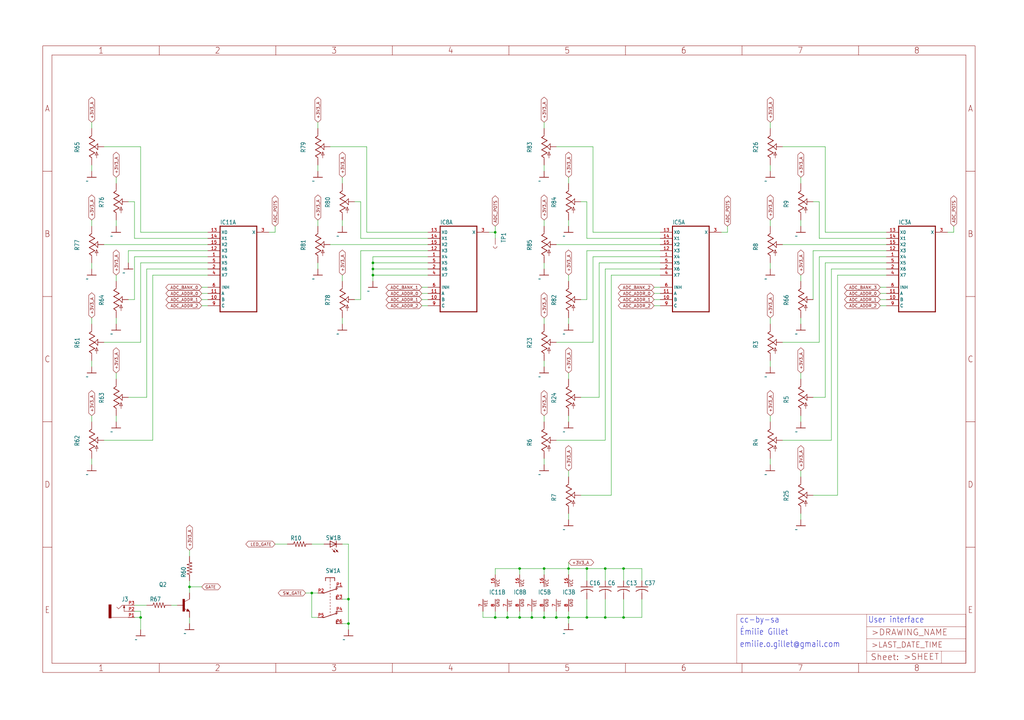
<source format=kicad_sch>
(kicad_sch (version 20211123) (generator eeschema)
  (paper "User" 425.45 299.161)
  (lib_symbols
    (symbol "elements_v02-eagle-import:-NPN-SOT23-BEC"
      (property "Reference" "T" (at -10.16 7.62 0))
      (property "Value" "-NPN-SOT23-BEC" (at -10.16 5.08 0))
      (symbol "-NPN-SOT23-BEC_1_0"
        (rectangle (start -0.254 -2.54) (end 0.508 2.54) (fill (type outline)))
        (polyline (pts (xy 1.27 -2.54) (xy 1.778 -1.524)) (stroke (width 0.1524)))
        (polyline (pts (xy 1.524 -2.413) (xy 2.286 -2.413)) (stroke (width 0.254)))
        (polyline (pts (xy 1.524 -2.286) (xy 1.905 -2.286)) (stroke (width 0.254)))
        (polyline (pts (xy 1.54 -2.04) (xy 0.308 -1.424)) (stroke (width 0.1524)))
        (polyline (pts (xy 1.778 -1.778) (xy 1.524 -2.286)) (stroke (width 0.254)))
        (polyline (pts (xy 1.778 -1.524) (xy 2.54 -2.54)) (stroke (width 0.1524)))
        (polyline (pts (xy 1.905 -2.286) (xy 1.778 -2.032)) (stroke (width 0.254)))
        (polyline (pts (xy 2.286 -2.413) (xy 1.778 -1.778)) (stroke (width 0.254)))
        (polyline (pts (xy 2.54 -2.54) (xy 1.27 -2.54)) (stroke (width 0.1524)))
        (polyline (pts (xy 2.54 2.54) (xy 0.508 1.524)) (stroke (width 0.1524)))
        (pin passive line (at -2.54 0 0) (length 2.54) (name "B") (number "B"))
        (pin passive line (at 2.54 5.08 270) (length 2.54) (name "C") (number "C"))
        (pin passive line (at 2.54 -5.08 90) (length 2.54) (name "E") (number "E"))
      )
    )
    (symbol "elements_v02-eagle-import:4051PW"
      (property "Reference" "IC" (at -2.54 -0.635 0))
      (symbol "4051PW_1_0"
        (polyline (pts (xy -7.62 -17.78) (xy 7.62 -17.78)) (stroke (width 0.4064)))
        (polyline (pts (xy -7.62 17.78) (xy -7.62 -17.78)) (stroke (width 0.4064)))
        (polyline (pts (xy 7.62 -17.78) (xy 7.62 17.78)) (stroke (width 0.4064)))
        (polyline (pts (xy 7.62 17.78) (xy -7.62 17.78)) (stroke (width 0.4064)))
        (pin bidirectional line (at -12.7 5.08 0) (length 5.08) (name "X4") (number "1"))
        (pin input line (at -12.7 -12.7 0) (length 5.08) (name "B") (number "10"))
        (pin input line (at -12.7 -10.16 0) (length 5.08) (name "A") (number "11"))
        (pin bidirectional line (at -12.7 7.62 0) (length 5.08) (name "X3") (number "12"))
        (pin bidirectional line (at -12.7 15.24 0) (length 5.08) (name "X0") (number "13"))
        (pin bidirectional line (at -12.7 12.7 0) (length 5.08) (name "X1") (number "14"))
        (pin bidirectional line (at -12.7 10.16 0) (length 5.08) (name "X2") (number "15"))
        (pin bidirectional line (at -12.7 0 0) (length 5.08) (name "X6") (number "2"))
        (pin bidirectional line (at 12.7 15.24 180) (length 5.08) (name "X") (number "3"))
        (pin bidirectional line (at -12.7 -2.54 0) (length 5.08) (name "X7") (number "4"))
        (pin bidirectional line (at -12.7 2.54 0) (length 5.08) (name "X5") (number "5"))
        (pin input line (at -12.7 -7.62 0) (length 5.08) (name "INH") (number "6"))
        (pin input line (at -12.7 -15.24 0) (length 5.08) (name "C") (number "9"))
      )
      (symbol "4051PW_2_0"
        (text "GND" (at 1.905 -5.842 900) (effects (font (size 1.27 1.0795)) (justify left bottom)))
        (text "VCC" (at 1.905 2.54 900) (effects (font (size 1.27 1.0795)) (justify left bottom)))
        (text "VEE" (at -3.175 -5.842 900) (effects (font (size 1.27 1.0795)) (justify left bottom)))
        (pin power_in line (at 0 7.62 270) (length 5.08) (name "VCC") (number "16"))
        (pin power_in line (at -5.08 -7.62 90) (length 5.08) (name "VEE") (number "7"))
        (pin power_in line (at 0 -7.62 90) (length 5.08) (name "GND") (number "8"))
      )
    )
    (symbol "elements_v02-eagle-import:A3L-LOC"
      (symbol "A3L-LOC_0_0"
        (polyline (pts (xy 0 52.07) (xy 3.81 52.07)))
        (polyline (pts (xy 0 104.14) (xy 3.81 104.14)))
        (polyline (pts (xy 0 156.21) (xy 3.81 156.21)))
        (polyline (pts (xy 0 208.28) (xy 3.81 208.28)))
        (polyline (pts (xy 3.81 3.81) (xy 3.81 256.54)))
        (polyline (pts (xy 48.4188 0) (xy 48.4188 3.81)))
        (polyline (pts (xy 48.4188 256.54) (xy 48.4188 260.35)))
        (polyline (pts (xy 96.8375 0) (xy 96.8375 3.81)))
        (polyline (pts (xy 96.8375 256.54) (xy 96.8375 260.35)))
        (polyline (pts (xy 145.2563 0) (xy 145.2563 3.81)))
        (polyline (pts (xy 145.2563 256.54) (xy 145.2563 260.35)))
        (polyline (pts (xy 193.675 0) (xy 193.675 3.81)))
        (polyline (pts (xy 193.675 256.54) (xy 193.675 260.35)))
        (polyline (pts (xy 242.0938 0) (xy 242.0938 3.81)))
        (polyline (pts (xy 242.0938 256.54) (xy 242.0938 260.35)))
        (polyline (pts (xy 290.5125 0) (xy 290.5125 3.81)))
        (polyline (pts (xy 290.5125 256.54) (xy 290.5125 260.35)))
        (polyline (pts (xy 338.9313 0) (xy 338.9313 3.81)))
        (polyline (pts (xy 338.9313 256.54) (xy 338.9313 260.35)))
        (polyline (pts (xy 383.54 3.81) (xy 3.81 3.81)))
        (polyline (pts (xy 383.54 3.81) (xy 383.54 256.54)))
        (polyline (pts (xy 383.54 52.07) (xy 387.35 52.07)))
        (polyline (pts (xy 383.54 104.14) (xy 387.35 104.14)))
        (polyline (pts (xy 383.54 156.21) (xy 387.35 156.21)))
        (polyline (pts (xy 383.54 208.28) (xy 387.35 208.28)))
        (polyline (pts (xy 383.54 256.54) (xy 3.81 256.54)))
        (polyline (pts (xy 0 0) (xy 387.35 0) (xy 387.35 260.35) (xy 0 260.35) (xy 0 0)))
        (text "1" (at 24.2094 1.905 0) (effects (font (size 2.54 2.286))))
        (text "1" (at 24.2094 258.445 0) (effects (font (size 2.54 2.286))))
        (text "2" (at 72.6281 1.905 0) (effects (font (size 2.54 2.286))))
        (text "2" (at 72.6281 258.445 0) (effects (font (size 2.54 2.286))))
        (text "3" (at 121.0469 1.905 0) (effects (font (size 2.54 2.286))))
        (text "3" (at 121.0469 258.445 0) (effects (font (size 2.54 2.286))))
        (text "4" (at 169.4656 1.905 0) (effects (font (size 2.54 2.286))))
        (text "4" (at 169.4656 258.445 0) (effects (font (size 2.54 2.286))))
        (text "5" (at 217.8844 1.905 0) (effects (font (size 2.54 2.286))))
        (text "5" (at 217.8844 258.445 0) (effects (font (size 2.54 2.286))))
        (text "6" (at 266.3031 1.905 0) (effects (font (size 2.54 2.286))))
        (text "6" (at 266.3031 258.445 0) (effects (font (size 2.54 2.286))))
        (text "7" (at 314.7219 1.905 0) (effects (font (size 2.54 2.286))))
        (text "7" (at 314.7219 258.445 0) (effects (font (size 2.54 2.286))))
        (text "8" (at 363.1406 1.905 0) (effects (font (size 2.54 2.286))))
        (text "8" (at 363.1406 258.445 0) (effects (font (size 2.54 2.286))))
        (text "A" (at 1.905 234.315 0) (effects (font (size 2.54 2.286))))
        (text "A" (at 385.445 234.315 0) (effects (font (size 2.54 2.286))))
        (text "B" (at 1.905 182.245 0) (effects (font (size 2.54 2.286))))
        (text "B" (at 385.445 182.245 0) (effects (font (size 2.54 2.286))))
        (text "C" (at 1.905 130.175 0) (effects (font (size 2.54 2.286))))
        (text "C" (at 385.445 130.175 0) (effects (font (size 2.54 2.286))))
        (text "D" (at 1.905 78.105 0) (effects (font (size 2.54 2.286))))
        (text "D" (at 385.445 78.105 0) (effects (font (size 2.54 2.286))))
        (text "E" (at 1.905 26.035 0) (effects (font (size 2.54 2.286))))
        (text "E" (at 385.445 26.035 0) (effects (font (size 2.54 2.286))))
      )
      (symbol "A3L-LOC_1_0"
        (polyline (pts (xy 288.29 3.81) (xy 288.29 24.13)) (stroke (width 0.1016)))
        (polyline (pts (xy 288.29 3.81) (xy 342.265 3.81)) (stroke (width 0.1016)))
        (polyline (pts (xy 288.29 24.13) (xy 342.265 24.13)) (stroke (width 0.1016)))
        (polyline (pts (xy 342.265 3.81) (xy 373.38 3.81)) (stroke (width 0.1016)))
        (polyline (pts (xy 342.265 8.89) (xy 342.265 3.81)) (stroke (width 0.1016)))
        (polyline (pts (xy 342.265 8.89) (xy 342.265 13.97)) (stroke (width 0.1016)))
        (polyline (pts (xy 342.265 13.97) (xy 342.265 19.05)) (stroke (width 0.1016)))
        (polyline (pts (xy 342.265 13.97) (xy 383.54 13.97)) (stroke (width 0.1016)))
        (polyline (pts (xy 342.265 19.05) (xy 342.265 24.13)) (stroke (width 0.1016)))
        (polyline (pts (xy 342.265 19.05) (xy 383.54 19.05)) (stroke (width 0.1016)))
        (polyline (pts (xy 342.265 24.13) (xy 383.54 24.13)) (stroke (width 0.1016)))
        (polyline (pts (xy 373.38 3.81) (xy 373.38 8.89)) (stroke (width 0.1016)))
        (polyline (pts (xy 373.38 3.81) (xy 383.54 3.81)) (stroke (width 0.1016)))
        (polyline (pts (xy 373.38 8.89) (xy 342.265 8.89)) (stroke (width 0.1016)))
        (polyline (pts (xy 373.38 8.89) (xy 383.54 8.89)) (stroke (width 0.1016)))
        (polyline (pts (xy 383.54 3.81) (xy 383.54 8.89)) (stroke (width 0.1016)))
        (polyline (pts (xy 383.54 8.89) (xy 383.54 13.97)) (stroke (width 0.1016)))
        (polyline (pts (xy 383.54 13.97) (xy 383.54 19.05)) (stroke (width 0.1016)))
        (polyline (pts (xy 383.54 19.05) (xy 383.54 24.13)) (stroke (width 0.1016)))
        (text ">DRAWING_NAME" (at 344.17 15.24 0) (effects (font (size 2.54 2.54)) (justify left bottom)))
        (text ">LAST_DATE_TIME" (at 344.17 10.16 0) (effects (font (size 2.286 2.286)) (justify left bottom)))
        (text ">SHEET" (at 357.505 5.08 0) (effects (font (size 2.54 2.54)) (justify left bottom)))
        (text "Sheet:" (at 343.916 4.953 0) (effects (font (size 2.54 2.54)) (justify left bottom)))
      )
    )
    (symbol "elements_v02-eagle-import:C-USC0603"
      (property "Reference" "C" (at 1.016 0.635 0))
      (property "Value" "C-USC0603" (at 1.016 -4.191 0))
      (symbol "C-USC0603_1_0"
        (arc (start 0 -1.0161) (mid -1.302 -1.2303) (end -2.4668 -1.8504) (stroke (width 0.254)))
        (polyline (pts (xy -2.54 0) (xy 2.54 0)) (stroke (width 0.254)))
        (polyline (pts (xy 0 -1.016) (xy 0 -2.54)) (stroke (width 0.1524)))
        (arc (start 2.4892 -1.8542) (mid 1.3158 -1.2195) (end 0 -1) (stroke (width 0.254)))
        (pin passive line (at 0 2.54 270) (length 2.54) (name "1") (number "1"))
        (pin passive line (at 0 -5.08 90) (length 2.54) (name "2") (number "2"))
      )
    )
    (symbol "elements_v02-eagle-import:GND" (power)
      (property "Value" "GND" (at -2.54 -2.54 0))
      (symbol "GND_1_0"
        (polyline (pts (xy -1.905 0) (xy 1.905 0)) (stroke (width 0.254)))
        (pin power_in line (at 0 2.54 270) (length 2.54) (name "GND") (number "1"))
      )
    )
    (symbol "elements_v02-eagle-import:LP4OA1PBCT"
      (property "Reference" "SW" (at 3.556 -2.032 90))
      (property "Value" "LP4OA1PBCT" (at 5.715 -2.032 90))
      (symbol "LP4OA1PBCT_1_0"
        (polyline (pts (xy -6.35 -1.905) (xy -5.08 -1.905)) (stroke (width 0.254)))
        (polyline (pts (xy -6.35 0) (xy -6.35 -1.905)) (stroke (width 0.254)))
        (polyline (pts (xy -6.35 0) (xy -4.445 0)) (stroke (width 0.1524)))
        (polyline (pts (xy -6.35 1.905) (xy -6.35 0)) (stroke (width 0.254)))
        (polyline (pts (xy -6.35 1.905) (xy -5.08 1.905)) (stroke (width 0.254)))
        (polyline (pts (xy -3.175 0) (xy -3.81 0)) (stroke (width 0.1524)))
        (polyline (pts (xy -2.54 2.54) (xy -2.54 3.175)) (stroke (width 0.254)))
        (polyline (pts (xy -2.54 2.54) (xy -1.27 2.54)) (stroke (width 0.254)))
        (polyline (pts (xy -1.905 0) (xy -2.54 0)) (stroke (width 0.1524)))
        (polyline (pts (xy -0.889 0) (xy -1.27 0)) (stroke (width 0.1524)))
        (polyline (pts (xy 0 -3.175) (xy 0 -2.54)) (stroke (width 0.254)))
        (polyline (pts (xy 0 -2.54) (xy -1.905 3.175)) (stroke (width 0.254)))
        (polyline (pts (xy 0.635 0) (xy 0 0)) (stroke (width 0.1524)))
        (polyline (pts (xy 1.27 2.54) (xy 2.54 2.54)) (stroke (width 0.254)))
        (polyline (pts (xy 1.905 0) (xy 1.27 0)) (stroke (width 0.1524)))
        (polyline (pts (xy 2.54 2.54) (xy 2.54 3.175)) (stroke (width 0.254)))
        (polyline (pts (xy 3.175 0) (xy 2.54 0)) (stroke (width 0.1524)))
        (polyline (pts (xy 4.445 0) (xy 3.81 0)) (stroke (width 0.1524)))
        (polyline (pts (xy 5.715 0) (xy 5.08 0)) (stroke (width 0.1524)))
        (polyline (pts (xy 6.985 0) (xy 6.35 0)) (stroke (width 0.1524)))
        (polyline (pts (xy 7.62 2.54) (xy 7.62 3.175)) (stroke (width 0.254)))
        (polyline (pts (xy 7.62 2.54) (xy 8.89 2.54)) (stroke (width 0.254)))
        (polyline (pts (xy 8.255 0) (xy 7.62 0)) (stroke (width 0.1524)))
        (polyline (pts (xy 9.271 0) (xy 8.89 0)) (stroke (width 0.1524)))
        (polyline (pts (xy 10.16 -3.175) (xy 10.16 -2.54)) (stroke (width 0.254)))
        (polyline (pts (xy 10.16 -2.54) (xy 8.255 3.175)) (stroke (width 0.254)))
        (polyline (pts (xy 11.43 2.54) (xy 12.7 2.54)) (stroke (width 0.254)))
        (polyline (pts (xy 12.7 2.54) (xy 12.7 3.175)) (stroke (width 0.254)))
        (pin passive line (at -2.54 5.08 270) (length 2.54) (name "A1") (number "P1"))
        (pin passive line (at 0 -5.08 90) (length 2.54) (name "A2") (number "P2"))
        (pin passive line (at 2.54 5.08 270) (length 2.54) (name "A3") (number "P3"))
        (pin passive line (at 7.62 5.08 270) (length 2.54) (name "B1") (number "P4"))
        (pin passive line (at 10.16 -5.08 90) (length 2.54) (name "B2") (number "P5"))
        (pin passive line (at 12.7 5.08 270) (length 2.54) (name "B3") (number "P6"))
      )
      (symbol "LP4OA1PBCT_2_0"
        (polyline (pts (xy -2.032 1.778) (xy -3.429 0.381)) (stroke (width 0.1524)))
        (polyline (pts (xy -1.905 0.635) (xy -3.302 -0.762)) (stroke (width 0.1524)))
        (polyline (pts (xy 0 0) (xy -1.27 0)) (stroke (width 0.254)))
        (polyline (pts (xy 0 0) (xy -1.27 2.54)) (stroke (width 0.254)))
        (polyline (pts (xy 0 2.54) (xy -1.27 2.54)) (stroke (width 0.254)))
        (polyline (pts (xy 0 2.54) (xy 0 0)) (stroke (width 0.1524)))
        (polyline (pts (xy 1.27 0) (xy 0 0)) (stroke (width 0.254)))
        (polyline (pts (xy 1.27 2.54) (xy 0 0)) (stroke (width 0.254)))
        (polyline (pts (xy 1.27 2.54) (xy 0 2.54)) (stroke (width 0.254)))
        (polyline (pts (xy -3.429 0.381) (xy -3.048 1.27) (xy -2.54 0.762)) (fill (type outline)))
        (polyline (pts (xy -3.302 -0.762) (xy -2.921 0.127) (xy -2.413 -0.381)) (fill (type outline)))
        (pin passive line (at 0 5.08 270) (length 2.54) (name "L1") (number "L1"))
        (pin passive line (at 0 -2.54 90) (length 2.54) (name "L2") (number "L2"))
      )
    )
    (symbol "elements_v02-eagle-import:PJ301_THONKICONN6"
      (property "Reference" "J" (at -2.54 4.064 0))
      (symbol "PJ301_THONKICONN6_1_0"
        (polyline (pts (xy -2.54 -2.54) (xy 4.572 -2.54)) (stroke (width 0.1524)))
        (polyline (pts (xy -2.54 0) (xy -0.762 0)) (stroke (width 0.1524)))
        (polyline (pts (xy -2.54 2.54) (xy 0 2.54)) (stroke (width 0.1524)))
        (polyline (pts (xy -1.016 1.524) (xy -0.508 1.524)) (stroke (width 0.254)))
        (polyline (pts (xy -0.762 0) (xy -0.762 2.286)) (stroke (width 0.1524)))
        (polyline (pts (xy -0.762 2.286) (xy -1.016 1.524)) (stroke (width 0.254)))
        (polyline (pts (xy -0.508 1.524) (xy -0.762 2.286)) (stroke (width 0.254)))
        (polyline (pts (xy 0 2.54) (xy 1.524 1.016)) (stroke (width 0.1524)))
        (polyline (pts (xy 1.524 1.016) (xy 2.286 1.778)) (stroke (width 0.1524)))
        (rectangle (start 4.572 2.794) (end 5.588 -2.794) (fill (type outline)))
        (pin passive line (at -5.08 -2.54 0) (length 2.54) (name "1") (number "P1"))
        (pin passive line (at -5.08 0 0) (length 2.54) (name "2") (number "P2"))
        (pin passive line (at -5.08 2.54 0) (length 2.54) (name "3") (number "P3"))
      )
    )
    (symbol "elements_v02-eagle-import:POT_USVERTICAL"
      (property "Reference" "R" (at -5.08 -2.54 90))
      (property "Value" "POT_USVERTICAL" (at -2.54 -2.54 90))
      (symbol "POT_USVERTICAL_1_0"
        (polyline (pts (xy -1.016 -3.81) (xy 1.27 -2.54)) (stroke (width 0.254)))
        (polyline (pts (xy -1.016 -1.27) (xy 1.27 0)) (stroke (width 0.254)))
        (polyline (pts (xy -1.016 1.27) (xy 1.27 2.54)) (stroke (width 0.254)))
        (polyline (pts (xy -1.016 3.81) (xy 0 4.572)) (stroke (width 0.254)))
        (polyline (pts (xy 0 -5.08) (xy 0 -4.572)) (stroke (width 0.1524)))
        (polyline (pts (xy 0 -4.572) (xy -1.016 -3.81)) (stroke (width 0.254)))
        (polyline (pts (xy 0 4.572) (xy 0 5.08)) (stroke (width 0.1524)))
        (polyline (pts (xy 1.27 -2.54) (xy -1.016 -1.27)) (stroke (width 0.254)))
        (polyline (pts (xy 1.27 0) (xy -1.016 1.27)) (stroke (width 0.254)))
        (polyline (pts (xy 1.27 0) (xy 2.54 1.27)) (stroke (width 0.2032)))
        (polyline (pts (xy 1.27 2.54) (xy -1.016 3.81)) (stroke (width 0.254)))
        (polyline (pts (xy 1.397 -3.429) (xy 2.032 -2.159)) (stroke (width 0.1524)))
        (polyline (pts (xy 2.032 -4.699) (xy 2.032 -2.159)) (stroke (width 0.1524)))
        (polyline (pts (xy 2.032 -2.159) (xy 2.667 -3.429)) (stroke (width 0.1524)))
        (polyline (pts (xy 2.54 -1.27) (xy 1.27 0)) (stroke (width 0.2032)))
        (polyline (pts (xy 2.54 1.27) (xy 2.54 -1.27)) (stroke (width 0.2032)))
        (polyline (pts (xy 2.667 -3.429) (xy 1.397 -3.429)) (stroke (width 0.1524)))
        (pin passive line (at 0 7.62 270) (length 2.54) (name "E") (number "P$1"))
        (pin passive line (at 5.08 0 180) (length 2.54) (name "S") (number "P$2"))
        (pin passive line (at 0 -7.62 90) (length 2.54) (name "A") (number "P$3"))
      )
    )
    (symbol "elements_v02-eagle-import:POT_USVERTICAL_PS"
      (property "Reference" "R" (at -5.08 -2.54 90))
      (property "Value" "POT_USVERTICAL_PS" (at -2.54 -2.54 90))
      (symbol "POT_USVERTICAL_PS_1_0"
        (polyline (pts (xy -1.016 -3.81) (xy 1.27 -2.54)) (stroke (width 0.254)))
        (polyline (pts (xy -1.016 -1.27) (xy 1.27 0)) (stroke (width 0.254)))
        (polyline (pts (xy -1.016 1.27) (xy 1.27 2.54)) (stroke (width 0.254)))
        (polyline (pts (xy -1.016 3.81) (xy 0 4.572)) (stroke (width 0.254)))
        (polyline (pts (xy 0 -5.08) (xy 0 -4.572)) (stroke (width 0.1524)))
        (polyline (pts (xy 0 -4.572) (xy -1.016 -3.81)) (stroke (width 0.254)))
        (polyline (pts (xy 0 4.572) (xy 0 5.08)) (stroke (width 0.1524)))
        (polyline (pts (xy 1.27 -2.54) (xy -1.016 -1.27)) (stroke (width 0.254)))
        (polyline (pts (xy 1.27 0) (xy -1.016 1.27)) (stroke (width 0.254)))
        (polyline (pts (xy 1.27 0) (xy 2.54 1.27)) (stroke (width 0.2032)))
        (polyline (pts (xy 1.27 2.54) (xy -1.016 3.81)) (stroke (width 0.254)))
        (polyline (pts (xy 1.397 -3.429) (xy 2.032 -2.159)) (stroke (width 0.1524)))
        (polyline (pts (xy 2.032 -4.699) (xy 2.032 -2.159)) (stroke (width 0.1524)))
        (polyline (pts (xy 2.032 -2.159) (xy 2.667 -3.429)) (stroke (width 0.1524)))
        (polyline (pts (xy 2.54 -1.27) (xy 1.27 0)) (stroke (width 0.2032)))
        (polyline (pts (xy 2.54 1.27) (xy 2.54 -1.27)) (stroke (width 0.2032)))
        (polyline (pts (xy 2.667 -3.429) (xy 1.397 -3.429)) (stroke (width 0.1524)))
        (pin passive line (at 0 7.62 270) (length 2.54) (name "E") (number "P$1"))
        (pin passive line (at 5.08 0 180) (length 2.54) (name "S") (number "P$2"))
        (pin passive line (at 0 -7.62 90) (length 2.54) (name "A") (number "P$3"))
      )
    )
    (symbol "elements_v02-eagle-import:R-US_R0603"
      (property "Reference" "R" (at -3.81 1.4986 0))
      (property "Value" "R-US_R0603" (at -3.81 -3.302 0))
      (symbol "R-US_R0603_1_0"
        (polyline (pts (xy -2.54 0) (xy -2.159 1.016)) (stroke (width 0.2032)))
        (polyline (pts (xy -2.159 1.016) (xy -1.524 -1.016)) (stroke (width 0.2032)))
        (polyline (pts (xy -1.524 -1.016) (xy -0.889 1.016)) (stroke (width 0.2032)))
        (polyline (pts (xy -0.889 1.016) (xy -0.254 -1.016)) (stroke (width 0.2032)))
        (polyline (pts (xy -0.254 -1.016) (xy 0.381 1.016)) (stroke (width 0.2032)))
        (polyline (pts (xy 0.381 1.016) (xy 1.016 -1.016)) (stroke (width 0.2032)))
        (polyline (pts (xy 1.016 -1.016) (xy 1.651 1.016)) (stroke (width 0.2032)))
        (polyline (pts (xy 1.651 1.016) (xy 2.286 -1.016)) (stroke (width 0.2032)))
        (polyline (pts (xy 2.286 -1.016) (xy 2.54 0)) (stroke (width 0.2032)))
        (pin passive line (at -5.08 0 0) (length 2.54) (name "1") (number "1"))
        (pin passive line (at 5.08 0 180) (length 2.54) (name "2") (number "2"))
      )
    )
    (symbol "elements_v02-eagle-import:TEST-POINT3"
      (property "Reference" "TP" (at -2.54 2.54 0))
      (property "Value" "TEST-POINT3" (at -2.54 -2.54 0))
      (symbol "TEST-POINT3_1_0"
        (polyline (pts (xy 2.54 0) (xy 0 0)) (stroke (width 0.1524)))
        (arc (start 3.302 -0.762) (mid 4.064 0) (end 3.302 0.762) (stroke (width 0.1524)))
        (pin bidirectional line (at 0 0 180) (length 0) (name "1") (number "P$1"))
      )
    )
  )
  (junction (at 144.78 259.08))
  (junction (at 243.84 236.22))
  (junction (at 236.22 236.22))
  (junction (at 144.78 248.92))
  (junction (at 205.74 256.54))
  (junction (at 236.22 256.54))
  (junction (at 78.74 243.84))
  (junction (at 129.54 246.38))
  (junction (at 215.9 256.54))
  (junction (at 210.82 256.54))
  (junction (at 215.9 236.22))
  (junction (at 251.46 256.54))
  (junction (at 154.94 111.76))
  (junction (at 220.98 256.54))
  (junction (at 154.94 114.3))
  (junction (at 259.08 236.22))
  (junction (at 58.42 256.54))
  (junction (at 251.46 236.22))
  (junction (at 231.14 256.54))
  (junction (at 154.94 109.22))
  (junction (at 205.74 96.52))
  (junction (at 226.06 236.22))
  (junction (at 243.84 256.54))
  (junction (at 259.08 256.54))
  (junction (at 226.06 256.54))
  (wire (pts (xy 345.44 111.76) (xy 368.3 111.76)))
  (wire (pts (xy 325.12 182.88) (xy 345.44 182.88)))
  (wire (pts (xy 231.14 60.96) (xy 246.38 60.96)))
  (wire (pts (xy 132.08 109.22) (xy 132.08 111.76)))
  (wire (pts (xy 236.22 91.44) (xy 236.22 93.98)))
  (wire (pts (xy 43.18 142.24) (xy 58.42 142.24)))
  (wire (pts (xy 142.24 132.08) (xy 142.24 134.62)))
  (wire (pts (xy 60.96 111.76) (xy 86.36 111.76)))
  (wire (pts (xy 48.26 172.72) (xy 48.26 175.26)))
  (wire (pts (xy 236.22 132.08) (xy 236.22 134.62)))
  (wire (pts (xy 129.54 256.54) (xy 129.54 246.38)))
  (wire (pts (xy 342.9 60.96) (xy 342.9 96.52)))
  (wire (pts (xy 78.74 243.84) (xy 78.74 241.3)))
  (wire (pts (xy 368.3 121.92) (xy 365.76 121.92)))
  (wire (pts (xy 320.04 175.26) (xy 320.04 172.72)))
  (wire (pts (xy 220.98 254) (xy 220.98 256.54)))
  (wire (pts (xy 205.74 96.52) (xy 205.74 99.06)))
  (wire (pts (xy 147.32 124.46) (xy 149.86 124.46)))
  (wire (pts (xy 48.26 76.2) (xy 48.26 73.66)))
  (wire (pts (xy 274.32 119.38) (xy 271.78 119.38)))
  (wire (pts (xy 342.9 109.22) (xy 368.3 109.22)))
  (wire (pts (xy 142.24 259.08) (xy 144.78 259.08)))
  (wire (pts (xy 226.06 53.34) (xy 226.06 50.8)))
  (wire (pts (xy 48.26 132.08) (xy 48.26 134.62)))
  (wire (pts (xy 154.94 109.22) (xy 154.94 111.76)))
  (wire (pts (xy 236.22 236.22) (xy 236.22 233.68)))
  (wire (pts (xy 200.66 254) (xy 200.66 256.54)))
  (wire (pts (xy 53.34 104.14) (xy 53.34 109.22)))
  (wire (pts (xy 119.38 226.06) (xy 114.3 226.06)))
  (wire (pts (xy 78.74 246.38) (xy 78.74 243.84)))
  (wire (pts (xy 332.74 157.48) (xy 332.74 154.94)))
  (wire (pts (xy 58.42 60.96) (xy 58.42 96.52)))
  (wire (pts (xy 236.22 116.84) (xy 236.22 114.3)))
  (wire (pts (xy 246.38 142.24) (xy 246.38 106.68)))
  (wire (pts (xy 205.74 238.76) (xy 205.74 236.22)))
  (wire (pts (xy 320.04 93.98) (xy 320.04 91.44)))
  (wire (pts (xy 337.82 165.1) (xy 342.9 165.1)))
  (wire (pts (xy 154.94 114.3) (xy 154.94 116.84)))
  (wire (pts (xy 231.14 256.54) (xy 236.22 256.54)))
  (wire (pts (xy 215.9 254) (xy 215.9 256.54)))
  (wire (pts (xy 132.08 246.38) (xy 129.54 246.38)))
  (wire (pts (xy 320.04 109.22) (xy 320.04 111.76)))
  (wire (pts (xy 231.14 142.24) (xy 246.38 142.24)))
  (wire (pts (xy 226.06 149.86) (xy 226.06 152.4)))
  (wire (pts (xy 320.04 53.34) (xy 320.04 50.8)))
  (wire (pts (xy 177.8 121.92) (xy 175.26 121.92)))
  (wire (pts (xy 149.86 124.46) (xy 149.86 104.14)))
  (wire (pts (xy 205.74 236.22) (xy 215.9 236.22)))
  (wire (pts (xy 60.96 165.1) (xy 60.96 111.76)))
  (wire (pts (xy 142.24 116.84) (xy 142.24 114.3)))
  (wire (pts (xy 332.74 91.44) (xy 332.74 93.98)))
  (wire (pts (xy 236.22 254) (xy 236.22 256.54)))
  (wire (pts (xy 177.8 111.76) (xy 154.94 111.76)))
  (wire (pts (xy 114.3 96.52) (xy 114.3 93.98)))
  (wire (pts (xy 226.06 68.58) (xy 226.06 71.12)))
  (wire (pts (xy 55.88 254) (xy 58.42 254)))
  (wire (pts (xy 332.74 116.84) (xy 332.74 114.3)))
  (wire (pts (xy 154.94 111.76) (xy 154.94 114.3)))
  (wire (pts (xy 266.7 241.3) (xy 266.7 236.22)))
  (wire (pts (xy 246.38 60.96) (xy 246.38 96.52)))
  (wire (pts (xy 53.34 165.1) (xy 60.96 165.1)))
  (wire (pts (xy 132.08 93.98) (xy 132.08 91.44)))
  (wire (pts (xy 58.42 256.54) (xy 58.42 261.62)))
  (wire (pts (xy 259.08 256.54) (xy 266.7 256.54)))
  (wire (pts (xy 53.34 83.82) (xy 55.88 83.82)))
  (wire (pts (xy 86.36 119.38) (xy 83.82 119.38)))
  (wire (pts (xy 177.8 106.68) (xy 154.94 106.68)))
  (wire (pts (xy 71.12 251.46) (xy 73.66 251.46)))
  (wire (pts (xy 368.3 124.46) (xy 365.76 124.46)))
  (wire (pts (xy 144.78 259.08) (xy 144.78 261.62)))
  (wire (pts (xy 177.8 109.22) (xy 154.94 109.22)))
  (wire (pts (xy 248.92 165.1) (xy 248.92 109.22)))
  (wire (pts (xy 236.22 76.2) (xy 236.22 73.66)))
  (wire (pts (xy 205.74 96.52) (xy 205.74 93.98)))
  (wire (pts (xy 177.8 119.38) (xy 175.26 119.38)))
  (wire (pts (xy 226.06 190.5) (xy 226.06 193.04)))
  (wire (pts (xy 226.06 236.22) (xy 236.22 236.22)))
  (wire (pts (xy 38.1 93.98) (xy 38.1 91.44)))
  (wire (pts (xy 243.84 241.3) (xy 243.84 236.22)))
  (wire (pts (xy 86.36 104.14) (xy 53.34 104.14)))
  (wire (pts (xy 332.74 132.08) (xy 332.74 134.62)))
  (wire (pts (xy 43.18 101.6) (xy 86.36 101.6)))
  (wire (pts (xy 226.06 109.22) (xy 226.06 111.76)))
  (wire (pts (xy 251.46 241.3) (xy 251.46 236.22)))
  (wire (pts (xy 345.44 182.88) (xy 345.44 111.76)))
  (wire (pts (xy 302.26 96.52) (xy 302.26 93.98)))
  (wire (pts (xy 48.26 116.84) (xy 48.26 114.3)))
  (wire (pts (xy 241.3 124.46) (xy 243.84 124.46)))
  (wire (pts (xy 58.42 96.52) (xy 86.36 96.52)))
  (wire (pts (xy 236.22 157.48) (xy 236.22 154.94)))
  (wire (pts (xy 274.32 121.92) (xy 271.78 121.92)))
  (wire (pts (xy 243.84 99.06) (xy 274.32 99.06)))
  (wire (pts (xy 78.74 231.14) (xy 78.74 228.6)))
  (wire (pts (xy 340.36 99.06) (xy 368.3 99.06)))
  (wire (pts (xy 340.36 83.82) (xy 340.36 99.06)))
  (wire (pts (xy 274.32 124.46) (xy 271.78 124.46)))
  (wire (pts (xy 337.82 83.82) (xy 340.36 83.82)))
  (wire (pts (xy 226.06 254) (xy 226.06 256.54)))
  (wire (pts (xy 38.1 109.22) (xy 38.1 111.76)))
  (wire (pts (xy 144.78 248.92) (xy 144.78 259.08)))
  (wire (pts (xy 38.1 53.34) (xy 38.1 50.8)))
  (wire (pts (xy 259.08 236.22) (xy 266.7 236.22)))
  (wire (pts (xy 38.1 134.62) (xy 38.1 132.08)))
  (wire (pts (xy 43.18 182.88) (xy 63.5 182.88)))
  (wire (pts (xy 55.88 124.46) (xy 55.88 106.68)))
  (wire (pts (xy 251.46 236.22) (xy 259.08 236.22)))
  (wire (pts (xy 203.2 96.52) (xy 205.74 96.52)))
  (wire (pts (xy 236.22 238.76) (xy 236.22 236.22)))
  (wire (pts (xy 243.84 236.22) (xy 251.46 236.22)))
  (wire (pts (xy 393.7 96.52) (xy 396.24 96.52)))
  (wire (pts (xy 137.16 60.96) (xy 152.4 60.96)))
  (wire (pts (xy 236.22 198.12) (xy 236.22 195.58)))
  (wire (pts (xy 129.54 246.38) (xy 127 246.38)))
  (wire (pts (xy 368.3 127) (xy 365.76 127)))
  (wire (pts (xy 246.38 96.52) (xy 274.32 96.52)))
  (wire (pts (xy 259.08 248.92) (xy 259.08 256.54)))
  (wire (pts (xy 332.74 198.12) (xy 332.74 195.58)))
  (wire (pts (xy 55.88 83.82) (xy 55.88 99.06)))
  (wire (pts (xy 231.14 182.88) (xy 251.46 182.88)))
  (wire (pts (xy 142.24 76.2) (xy 142.24 73.66)))
  (wire (pts (xy 243.84 256.54) (xy 251.46 256.54)))
  (wire (pts (xy 243.84 124.46) (xy 243.84 104.14)))
  (wire (pts (xy 251.46 256.54) (xy 259.08 256.54)))
  (wire (pts (xy 58.42 142.24) (xy 58.42 109.22)))
  (wire (pts (xy 226.06 134.62) (xy 226.06 132.08)))
  (wire (pts (xy 58.42 109.22) (xy 86.36 109.22)))
  (wire (pts (xy 332.74 172.72) (xy 332.74 175.26)))
  (wire (pts (xy 337.82 205.74) (xy 347.98 205.74)))
  (wire (pts (xy 205.74 254) (xy 205.74 256.54)))
  (wire (pts (xy 236.22 172.72) (xy 236.22 175.26)))
  (wire (pts (xy 200.66 256.54) (xy 205.74 256.54)))
  (wire (pts (xy 236.22 256.54) (xy 243.84 256.54)))
  (wire (pts (xy 320.04 149.86) (xy 320.04 152.4)))
  (wire (pts (xy 246.38 106.68) (xy 274.32 106.68)))
  (wire (pts (xy 38.1 190.5) (xy 38.1 193.04)))
  (wire (pts (xy 243.84 248.92) (xy 243.84 256.54)))
  (wire (pts (xy 337.82 104.14) (xy 368.3 104.14)))
  (wire (pts (xy 254 114.3) (xy 274.32 114.3)))
  (wire (pts (xy 142.24 91.44) (xy 142.24 93.98)))
  (wire (pts (xy 152.4 96.52) (xy 177.8 96.52)))
  (wire (pts (xy 154.94 106.68) (xy 154.94 109.22)))
  (wire (pts (xy 137.16 101.6) (xy 177.8 101.6)))
  (wire (pts (xy 226.06 175.26) (xy 226.06 172.72)))
  (wire (pts (xy 149.86 99.06) (xy 177.8 99.06)))
  (wire (pts (xy 299.72 96.52) (xy 302.26 96.52)))
  (wire (pts (xy 340.36 106.68) (xy 368.3 106.68)))
  (wire (pts (xy 63.5 114.3) (xy 86.36 114.3)))
  (wire (pts (xy 241.3 83.82) (xy 243.84 83.82)))
  (wire (pts (xy 132.08 53.34) (xy 132.08 50.8)))
  (wire (pts (xy 55.88 256.54) (xy 58.42 256.54)))
  (wire (pts (xy 332.74 76.2) (xy 332.74 73.66)))
  (wire (pts (xy 38.1 149.86) (xy 38.1 152.4)))
  (wire (pts (xy 332.74 213.36) (xy 332.74 215.9)))
  (wire (pts (xy 243.84 104.14) (xy 274.32 104.14)))
  (wire (pts (xy 53.34 124.46) (xy 55.88 124.46)))
  (wire (pts (xy 38.1 68.58) (xy 38.1 71.12)))
  (wire (pts (xy 132.08 68.58) (xy 132.08 71.12)))
  (wire (pts (xy 347.98 205.74) (xy 347.98 114.3)))
  (wire (pts (xy 60.96 251.46) (xy 55.88 251.46)))
  (wire (pts (xy 132.08 256.54) (xy 129.54 256.54)))
  (wire (pts (xy 55.88 99.06) (xy 86.36 99.06)))
  (wire (pts (xy 215.9 236.22) (xy 226.06 236.22)))
  (wire (pts (xy 58.42 254) (xy 58.42 256.54)))
  (wire (pts (xy 226.06 93.98) (xy 226.06 91.44)))
  (wire (pts (xy 243.84 83.82) (xy 243.84 99.06)))
  (wire (pts (xy 325.12 142.24) (xy 340.36 142.24)))
  (wire (pts (xy 210.82 254) (xy 210.82 256.54)))
  (wire (pts (xy 231.14 101.6) (xy 274.32 101.6)))
  (wire (pts (xy 78.74 256.54) (xy 78.74 259.08)))
  (wire (pts (xy 149.86 104.14) (xy 177.8 104.14)))
  (wire (pts (xy 241.3 205.74) (xy 254 205.74)))
  (wire (pts (xy 251.46 111.76) (xy 274.32 111.76)))
  (wire (pts (xy 86.36 124.46) (xy 83.82 124.46)))
  (wire (pts (xy 337.82 124.46) (xy 337.82 104.14)))
  (wire (pts (xy 63.5 182.88) (xy 63.5 114.3)))
  (wire (pts (xy 43.18 60.96) (xy 58.42 60.96)))
  (wire (pts (xy 149.86 83.82) (xy 149.86 99.06)))
  (wire (pts (xy 144.78 226.06) (xy 144.78 248.92)))
  (wire (pts (xy 342.9 165.1) (xy 342.9 109.22)))
  (wire (pts (xy 320.04 68.58) (xy 320.04 71.12)))
  (wire (pts (xy 78.74 243.84) (xy 83.82 243.84)))
  (wire (pts (xy 259.08 241.3) (xy 259.08 236.22)))
  (wire (pts (xy 251.46 182.88) (xy 251.46 111.76)))
  (wire (pts (xy 368.3 119.38) (xy 365.76 119.38)))
  (wire (pts (xy 86.36 127) (xy 83.82 127)))
  (wire (pts (xy 220.98 256.54) (xy 226.06 256.54)))
  (wire (pts (xy 236.22 236.22) (xy 243.84 236.22)))
  (wire (pts (xy 142.24 226.06) (xy 144.78 226.06)))
  (wire (pts (xy 177.8 124.46) (xy 175.26 124.46)))
  (wire (pts (xy 236.22 213.36) (xy 236.22 215.9)))
  (wire (pts (xy 86.36 121.92) (xy 83.82 121.92)))
  (wire (pts (xy 147.32 83.82) (xy 149.86 83.82)))
  (wire (pts (xy 38.1 175.26) (xy 38.1 172.72)))
  (wire (pts (xy 111.76 96.52) (xy 114.3 96.52)))
  (wire (pts (xy 266.7 248.92) (xy 266.7 256.54)))
  (wire (pts (xy 236.22 256.54) (xy 236.22 259.08)))
  (wire (pts (xy 248.92 109.22) (xy 274.32 109.22)))
  (wire (pts (xy 320.04 134.62) (xy 320.04 132.08)))
  (wire (pts (xy 254 205.74) (xy 254 114.3)))
  (wire (pts (xy 210.82 256.54) (xy 215.9 256.54)))
  (wire (pts (xy 396.24 96.52) (xy 396.24 93.98)))
  (wire (pts (xy 215.9 238.76) (xy 215.9 236.22)))
  (wire (pts (xy 325.12 60.96) (xy 342.9 60.96)))
  (wire (pts (xy 142.24 248.92) (xy 144.78 248.92)))
  (wire (pts (xy 231.14 254) (xy 231.14 256.54)))
  (wire (pts (xy 55.88 106.68) (xy 86.36 106.68)))
  (wire (pts (xy 48.26 157.48) (xy 48.26 154.94)))
  (wire (pts (xy 320.04 190.5) (xy 320.04 193.04)))
  (wire (pts (xy 342.9 96.52) (xy 368.3 96.52)))
  (wire (pts (xy 226.06 256.54) (xy 231.14 256.54)))
  (wire (pts (xy 226.06 238.76) (xy 226.06 236.22)))
  (wire (pts (xy 241.3 165.1) (xy 248.92 165.1)))
  (wire (pts (xy 274.32 127) (xy 271.78 127)))
  (wire (pts (xy 251.46 248.92) (xy 251.46 256.54)))
  (wire (pts (xy 325.12 101.6) (xy 368.3 101.6)))
  (wire (pts (xy 215.9 256.54) (xy 220.98 256.54)))
  (wire (pts (xy 347.98 114.3) (xy 368.3 114.3)))
  (wire (pts (xy 48.26 91.44) (xy 48.26 93.98)))
  (wire (pts (xy 152.4 60.96) (xy 152.4 96.52)))
  (wire (pts (xy 205.74 256.54) (xy 210.82 256.54)))
  (wire (pts (xy 340.36 142.24) (xy 340.36 106.68)))
  (wire (pts (xy 177.8 114.3) (xy 154.94 114.3)))
  (wire (pts (xy 129.54 226.06) (xy 134.62 226.06)))
  (wire (pts (xy 177.8 127) (xy 175.26 127)))
  (text "User interface" (at 360.68 259.08 180) (effects (font (size 2.54 2.159)) (justify left bottom)))
  (text "cc-by-sa" (at 307.34 259.08 180) (effects (font (size 2.54 2.159)) (justify left bottom)))
  (text "emilie.o.gillet@gmail.com" (at 307.34 269.24 180) (effects (font (size 2.54 2.159)) (justify left bottom)))
  (text "Émilie Gillet" (at 307.34 264.16 180) (effects (font (size 2.54 2.159)) (justify left bottom)))
  (global_label "ADC_ADDR_0" (shape bidirectional) (at 83.82 121.92 180) (effects (font (size 1.2446 1.2446))) (property "Intersheet References" "${INTERSHEET_REFS}" (effects hide)))
  (global_label "ADC_ADDR_0" (shape bidirectional) (at 175.26 121.92 180) (effects (font (size 1.2446 1.2446))) (property "Intersheet References" "${INTERSHEET_REFS}" (effects hide)))
  (global_label "+3V3_A" (shape bidirectional) (at 226.06 172.72 90) (effects (font (size 1.2446 1.2446))) (property "Intersheet References" "${INTERSHEET_REFS}" (effects hide)))
  (global_label "+3V3_A" (shape bidirectional) (at 48.26 154.94 90) (effects (font (size 1.2446 1.2446))) (property "Intersheet References" "${INTERSHEET_REFS}" (effects hide)))
  (global_label "+3V3_A" (shape bidirectional) (at 320.04 50.8 90) (effects (font (size 1.2446 1.2446))) (property "Intersheet References" "${INTERSHEET_REFS}" (effects hide)))
  (global_label "+3V3_A" (shape bidirectional) (at 38.1 132.08 90) (effects (font (size 1.2446 1.2446))) (property "Intersheet References" "${INTERSHEET_REFS}" (effects hide)))
  (global_label "GATE" (shape bidirectional) (at 83.82 243.84 0) (effects (font (size 1.2446 1.2446))) (property "Intersheet References" "${INTERSHEET_REFS}" (effects hide)))
  (global_label "ADC_ADDR_2" (shape bidirectional) (at 365.76 127 180) (effects (font (size 1.2446 1.2446))) (property "Intersheet References" "${INTERSHEET_REFS}" (effects hide)))
  (global_label "+3V3_A" (shape bidirectional) (at 38.1 50.8 90) (effects (font (size 1.2446 1.2446))) (property "Intersheet References" "${INTERSHEET_REFS}" (effects hide)))
  (global_label "ADC_ADDR_1" (shape bidirectional) (at 83.82 124.46 180) (effects (font (size 1.2446 1.2446))) (property "Intersheet References" "${INTERSHEET_REFS}" (effects hide)))
  (global_label "+3V3_A" (shape bidirectional) (at 38.1 91.44 90) (effects (font (size 1.2446 1.2446))) (property "Intersheet References" "${INTERSHEET_REFS}" (effects hide)))
  (global_label "+3V3_A" (shape bidirectional) (at 236.22 154.94 90) (effects (font (size 1.2446 1.2446))) (property "Intersheet References" "${INTERSHEET_REFS}" (effects hide)))
  (global_label "+3V3_A" (shape bidirectional) (at 142.24 73.66 90) (effects (font (size 1.2446 1.2446))) (property "Intersheet References" "${INTERSHEET_REFS}" (effects hide)))
  (global_label "+3V3_A" (shape bidirectional) (at 48.26 73.66 90) (effects (font (size 1.2446 1.2446))) (property "Intersheet References" "${INTERSHEET_REFS}" (effects hide)))
  (global_label "+3V3_A" (shape bidirectional) (at 142.24 114.3 90) (effects (font (size 1.2446 1.2446))) (property "Intersheet References" "${INTERSHEET_REFS}" (effects hide)))
  (global_label "ADC_ADDR_1" (shape bidirectional) (at 365.76 124.46 180) (effects (font (size 1.2446 1.2446))) (property "Intersheet References" "${INTERSHEET_REFS}" (effects hide)))
  (global_label "ADC_BANK_1" (shape bidirectional) (at 175.26 119.38 180) (effects (font (size 1.2446 1.2446))) (property "Intersheet References" "${INTERSHEET_REFS}" (effects hide)))
  (global_label "ADC_ADDR_0" (shape bidirectional) (at 365.76 121.92 180) (effects (font (size 1.2446 1.2446))) (property "Intersheet References" "${INTERSHEET_REFS}" (effects hide)))
  (global_label "+3V3_A" (shape bidirectional) (at 226.06 91.44 90) (effects (font (size 1.2446 1.2446))) (property "Intersheet References" "${INTERSHEET_REFS}" (effects hide)))
  (global_label "ADC_ADDR_2" (shape bidirectional) (at 175.26 127 180) (effects (font (size 1.2446 1.2446))) (property "Intersheet References" "${INTERSHEET_REFS}" (effects hide)))
  (global_label "+3V3_A" (shape bidirectional) (at 236.22 233.68 0) (effects (font (size 1.2446 1.2446))) (property "Intersheet References" "${INTERSHEET_REFS}" (effects hide)))
  (global_label "+3V3_A" (shape bidirectional) (at 78.74 228.6 90) (effects (font (size 1.2446 1.2446))) (property "Intersheet References" "${INTERSHEET_REFS}" (effects hide)))
  (global_label "+3V3_A" (shape bidirectional) (at 320.04 91.44 90) (effects (font (size 1.2446 1.2446))) (property "Intersheet References" "${INTERSHEET_REFS}" (effects hide)))
  (global_label "+3V3_A" (shape bidirectional) (at 236.22 73.66 90) (effects (font (size 1.2446 1.2446))) (property "Intersheet References" "${INTERSHEET_REFS}" (effects hide)))
  (global_label "ADC_POTS" (shape bidirectional) (at 396.24 93.98 90) (effects (font (size 1.2446 1.2446))) (property "Intersheet References" "${INTERSHEET_REFS}" (effects hide)))
  (global_label "+3V3_A" (shape bidirectional) (at 132.08 91.44 90) (effects (font (size 1.2446 1.2446))) (property "Intersheet References" "${INTERSHEET_REFS}" (effects hide)))
  (global_label "+3V3_A" (shape bidirectional) (at 332.74 154.94 90) (effects (font (size 1.2446 1.2446))) (property "Intersheet References" "${INTERSHEET_REFS}" (effects hide)))
  (global_label "ADC_POTS" (shape bidirectional) (at 302.26 93.98 90) (effects (font (size 1.2446 1.2446))) (property "Intersheet References" "${INTERSHEET_REFS}" (effects hide)))
  (global_label "ADC_POTS" (shape bidirectional) (at 114.3 93.98 90) (effects (font (size 1.2446 1.2446))) (property "Intersheet References" "${INTERSHEET_REFS}" (effects hide)))
  (global_label "+3V3_A" (shape bidirectional) (at 48.26 114.3 90) (effects (font (size 1.2446 1.2446))) (property "Intersheet References" "${INTERSHEET_REFS}" (effects hide)))
  (global_label "+3V3_A" (shape bidirectional) (at 38.1 172.72 90) (effects (font (size 1.2446 1.2446))) (property "Intersheet References" "${INTERSHEET_REFS}" (effects hide)))
  (global_label "+3V3_A" (shape bidirectional) (at 320.04 132.08 90) (effects (font (size 1.2446 1.2446))) (property "Intersheet References" "${INTERSHEET_REFS}" (effects hide)))
  (global_label "+3V3_A" (shape bidirectional) (at 226.06 50.8 90) (effects (font (size 1.2446 1.2446))) (property "Intersheet References" "${INTERSHEET_REFS}" (effects hide)))
  (global_label "ADC_ADDR_1" (shape bidirectional) (at 175.26 124.46 180) (effects (font (size 1.2446 1.2446))) (property "Intersheet References" "${INTERSHEET_REFS}" (effects hide)))
  (global_label "+3V3_A" (shape bidirectional) (at 132.08 50.8 90) (effects (font (size 1.2446 1.2446))) (property "Intersheet References" "${INTERSHEET_REFS}" (effects hide)))
  (global_label "+3V3_A" (shape bidirectional) (at 320.04 172.72 90) (effects (font (size 1.2446 1.2446))) (property "Intersheet References" "${INTERSHEET_REFS}" (effects hide)))
  (global_label "ADC_BANK_0" (shape bidirectional) (at 83.82 119.38 180) (effects (font (size 1.2446 1.2446))) (property "Intersheet References" "${INTERSHEET_REFS}" (effects hide)))
  (global_label "ADC_ADDR_2" (shape bidirectional) (at 271.78 127 180) (effects (font (size 1.2446 1.2446))) (property "Intersheet References" "${INTERSHEET_REFS}" (effects hide)))
  (global_label "+3V3_A" (shape bidirectional) (at 226.06 132.08 90) (effects (font (size 1.2446 1.2446))) (property "Intersheet References" "${INTERSHEET_REFS}" (effects hide)))
  (global_label "ADC_BANK_2" (shape bidirectional) (at 271.78 119.38 180) (effects (font (size 1.2446 1.2446))) (property "Intersheet References" "${INTERSHEET_REFS}" (effects hide)))
  (global_label "ADC_ADDR_2" (shape bidirectional) (at 83.82 127 180) (effects (font (size 1.2446 1.2446))) (property "Intersheet References" "${INTERSHEET_REFS}" (effects hide)))
  (global_label "+3V3_A" (shape bidirectional) (at 236.22 195.58 90) (effects (font (size 1.2446 1.2446))) (property "Intersheet References" "${INTERSHEET_REFS}" (effects hide)))
  (global_label "ADC_ADDR_1" (shape bidirectional) (at 271.78 124.46 180) (effects (font (size 1.2446 1.2446))) (property "Intersheet References" "${INTERSHEET_REFS}" (effects hide)))
  (global_label "ADC_POTS" (shape bidirectional) (at 205.74 93.98 90) (effects (font (size 1.2446 1.2446))) (property "Intersheet References" "${INTERSHEET_REFS}" (effects hide)))
  (global_label "+3V3_A" (shape bidirectional) (at 332.74 195.58 90) (effects (font (size 1.2446 1.2446))) (property "Intersheet References" "${INTERSHEET_REFS}" (effects hide)))
  (global_label "ADC_ADDR_0" (shape bidirectional) (at 271.78 121.92 180) (effects (font (size 1.2446 1.2446))) (property "Intersheet References" "${INTERSHEET_REFS}" (effects hide)))
  (global_label "SW_GATE" (shape bidirectional) (at 127 246.38 180) (effects (font (size 1.2446 1.2446))) (property "Intersheet References" "${INTERSHEET_REFS}" (effects hide)))
  (global_label "+3V3_A" (shape bidirectional) (at 332.74 114.3 90) (effects (font (size 1.2446 1.2446))) (property "Intersheet References" "${INTERSHEET_REFS}" (effects hide)))
  (global_label "+3V3_A" (shape bidirectional) (at 332.74 73.66 90) (effects (font (size 1.2446 1.2446))) (property "Intersheet References" "${INTERSHEET_REFS}" (effects hide)))
  (global_label "ADC_BANK_3" (shape bidirectional) (at 365.76 119.38 180) (effects (font (size 1.2446 1.2446))) (property "Intersheet References" "${INTERSHEET_REFS}" (effects hide)))
  (global_label "LED_GATE" (shape bidirectional) (at 114.3 226.06 180) (effects (font (size 1.2446 1.2446))) (property "Intersheet References" "${INTERSHEET_REFS}" (effects hide)))
  (global_label "+3V3_A" (shape bidirectional) (at 236.22 114.3 90) (effects (font (size 1.2446 1.2446))) (property "Intersheet References" "${INTERSHEET_REFS}" (effects hide)))
  (symbol (lib_id "elements_v02-eagle-import:POT_USVERTICAL_PS") (at 48.26 124.46 0) (unit 1)
    (property "Reference" "R64" (at 43.18 127 90) (effects (font (size 1.778 1.5113)) (justify left bottom)))
  )
  (symbol (lib_id "elements_v02-eagle-import:GND") (at 236.22 96.52 0) (unit 1)
    (property "Reference" "#GND85" (effects hide))
  )
  (symbol (lib_id "elements_v02-eagle-import:POT_USVERTICAL") (at 38.1 101.6 0) (unit 1)
    (property "Reference" "R77" (at 33.02 104.14 90) (effects (font (size 1.778 1.5113)) (justify left bottom)))
  )
  (symbol (lib_id "elements_v02-eagle-import:GND") (at 320.04 114.3 0) (unit 1)
    (property "Reference" "#GND90" (effects hide))
  )
  (symbol (lib_id "elements_v02-eagle-import:POT_USVERTICAL_PS") (at 38.1 142.24 0) (unit 1)
    (property "Reference" "R61" (at 33.02 144.78 90) (effects (font (size 1.778 1.5113)) (justify left bottom)))
  )
  (symbol (lib_id "elements_v02-eagle-import:4051PW") (at 205.74 246.38 0) (unit 2)
    (property "Reference" "IC11" (at 203.2 247.015 0) (effects (font (size 1.778 1.5113)) (justify left bottom)))
  )
  (symbol (lib_id "elements_v02-eagle-import:POT_USVERTICAL") (at 226.06 101.6 0) (unit 1)
    (property "Reference" "R85" (at 220.98 104.14 90) (effects (font (size 1.778 1.5113)) (justify left bottom)))
  )
  (symbol (lib_id "elements_v02-eagle-import:POT_USVERTICAL_PS") (at 332.74 124.46 0) (unit 1)
    (property "Reference" "R66" (at 327.66 127 90) (effects (font (size 1.778 1.5113)) (justify left bottom)))
  )
  (symbol (lib_id "elements_v02-eagle-import:POT_USVERTICAL_PS") (at 320.04 101.6 0) (unit 1)
    (property "Reference" "R8" (at 314.96 104.14 90) (effects (font (size 1.778 1.5113)) (justify left bottom)))
  )
  (symbol (lib_id "elements_v02-eagle-import:C-USC0603") (at 266.7 243.84 0) (unit 1)
    (property "Reference" "C37" (at 267.716 243.205 0) (effects (font (size 1.778 1.5113)) (justify left bottom)))
  )
  (symbol (lib_id "elements_v02-eagle-import:4051PW") (at 215.9 246.38 0) (unit 2)
    (property "Reference" "IC8" (at 213.36 247.015 0) (effects (font (size 1.778 1.5113)) (justify left bottom)))
  )
  (symbol (lib_id "elements_v02-eagle-import:R-US_R0603") (at 66.04 251.46 0) (unit 1)
    (property "Reference" "R67" (at 62.23 249.9614 0) (effects (font (size 1.778 1.5113)) (justify left bottom)))
  )
  (symbol (lib_id "elements_v02-eagle-import:GND") (at 132.08 73.66 0) (unit 1)
    (property "Reference" "#GND78" (effects hide))
  )
  (symbol (lib_id "elements_v02-eagle-import:4051PW") (at 190.5 111.76 0) (unit 1)
    (property "Reference" "IC8" (at 182.88 93.345 0) (effects (font (size 1.778 1.5113)) (justify left bottom)))
  )
  (symbol (lib_id "elements_v02-eagle-import:GND") (at 58.42 264.16 0) (unit 1)
    (property "Reference" "#GND10" (effects hide))
  )
  (symbol (lib_id "elements_v02-eagle-import:POT_USVERTICAL_PS") (at 332.74 83.82 0) (unit 1)
    (property "Reference" "R9" (at 327.66 86.36 90) (effects (font (size 1.778 1.5113)) (justify left bottom)))
  )
  (symbol (lib_id "elements_v02-eagle-import:GND") (at 142.24 137.16 0) (unit 1)
    (property "Reference" "#GND60" (effects hide))
  )
  (symbol (lib_id "elements_v02-eagle-import:POT_USVERTICAL") (at 142.24 124.46 0) (unit 1)
    (property "Reference" "R78" (at 137.16 127 90) (effects (font (size 1.778 1.5113)) (justify left bottom)))
  )
  (symbol (lib_id "elements_v02-eagle-import:GND") (at 154.94 119.38 0) (unit 1)
    (property "Reference" "#GND99" (effects hide))
  )
  (symbol (lib_id "elements_v02-eagle-import:POT_USVERTICAL_PS") (at 320.04 182.88 0) (unit 1)
    (property "Reference" "R4" (at 314.96 185.42 90) (effects (font (size 1.778 1.5113)) (justify left bottom)))
  )
  (symbol (lib_id "elements_v02-eagle-import:POT_USVERTICAL") (at 236.22 124.46 0) (unit 1)
    (property "Reference" "R82" (at 231.14 127 90) (effects (font (size 1.778 1.5113)) (justify left bottom)))
  )
  (symbol (lib_id "elements_v02-eagle-import:4051PW") (at 226.06 246.38 0) (unit 2)
    (property "Reference" "IC5" (at 223.52 247.015 0) (effects (font (size 1.778 1.5113)) (justify left bottom)))
  )
  (symbol (lib_id "elements_v02-eagle-import:GND") (at 38.1 154.94 0) (unit 1)
    (property "Reference" "#GND12" (effects hide))
  )
  (symbol (lib_id "elements_v02-eagle-import:GND") (at 320.04 154.94 0) (unit 1)
    (property "Reference" "#GND97" (effects hide))
  )
  (symbol (lib_id "elements_v02-eagle-import:GND") (at 332.74 218.44 0) (unit 1)
    (property "Reference" "#GND96" (effects hide))
  )
  (symbol (lib_id "elements_v02-eagle-import:GND") (at 48.26 137.16 0) (unit 1)
    (property "Reference" "#GND80" (effects hide))
  )
  (symbol (lib_id "elements_v02-eagle-import:POT_USVERTICAL_PS") (at 38.1 60.96 0) (unit 1)
    (property "Reference" "R65" (at 33.02 63.5 90) (effects (font (size 1.778 1.5113)) (justify left bottom)))
  )
  (symbol (lib_id "elements_v02-eagle-import:4051PW") (at 236.22 246.38 0) (unit 2)
    (property "Reference" "IC3" (at 233.68 247.015 0) (effects (font (size 1.778 1.5113)) (justify left bottom)))
  )
  (symbol (lib_id "elements_v02-eagle-import:4051PW") (at 99.06 111.76 0) (unit 1)
    (property "Reference" "IC11" (at 91.44 93.345 0) (effects (font (size 1.778 1.5113)) (justify left bottom)))
  )
  (symbol (lib_id "elements_v02-eagle-import:GND") (at 38.1 114.3 0) (unit 1)
    (property "Reference" "#GND54" (effects hide))
  )
  (symbol (lib_id "elements_v02-eagle-import:GND") (at 226.06 114.3 0) (unit 1)
    (property "Reference" "#GND87" (effects hide))
  )
  (symbol (lib_id "elements_v02-eagle-import:POT_USVERTICAL_PS") (at 320.04 142.24 0) (unit 1)
    (property "Reference" "R3" (at 314.96 144.78 90) (effects (font (size 1.778 1.5113)) (justify left bottom)))
  )
  (symbol (lib_id "elements_v02-eagle-import:POT_USVERTICAL_PS") (at 320.04 60.96 0) (unit 1)
    (property "Reference" "R26" (at 314.96 63.5 90) (effects (font (size 1.778 1.5113)) (justify left bottom)))
  )
  (symbol (lib_id "elements_v02-eagle-import:GND") (at 142.24 96.52 0) (unit 1)
    (property "Reference" "#GND79" (effects hide))
  )
  (symbol (lib_id "elements_v02-eagle-import:GND") (at 48.26 177.8 0) (unit 1)
    (property "Reference" "#GND49" (effects hide))
  )
  (symbol (lib_id "elements_v02-eagle-import:GND") (at 48.26 96.52 0) (unit 1)
    (property "Reference" "#GND51" (effects hide))
  )
  (symbol (lib_id "elements_v02-eagle-import:POT_USVERTICAL") (at 226.06 60.96 0) (unit 1)
    (property "Reference" "R83" (at 220.98 63.5 90) (effects (font (size 1.778 1.5113)) (justify left bottom)))
  )
  (symbol (lib_id "elements_v02-eagle-import:POT_USVERTICAL_PS") (at 236.22 165.1 0) (unit 1)
    (property "Reference" "R24" (at 231.14 167.64 90) (effects (font (size 1.778 1.5113)) (justify left bottom)))
  )
  (symbol (lib_id "elements_v02-eagle-import:GND") (at 38.1 195.58 0) (unit 1)
    (property "Reference" "#GND14" (effects hide))
  )
  (symbol (lib_id "elements_v02-eagle-import:GND") (at 236.22 177.8 0) (unit 1)
    (property "Reference" "#GND93" (effects hide))
  )
  (symbol (lib_id "elements_v02-eagle-import:POT_USVERTICAL_PS") (at 48.26 165.1 0) (unit 1)
    (property "Reference" "R63" (at 43.18 167.64 90) (effects (font (size 1.778 1.5113)) (justify left bottom)))
  )
  (symbol (lib_id "elements_v02-eagle-import:R-US_R0603") (at 124.46 226.06 0) (unit 1)
    (property "Reference" "R10" (at 120.65 224.5614 0) (effects (font (size 1.778 1.5113)) (justify left bottom)))
  )
  (symbol (lib_id "elements_v02-eagle-import:GND") (at 320.04 73.66 0) (unit 1)
    (property "Reference" "#GND88" (effects hide))
  )
  (symbol (lib_id "elements_v02-eagle-import:C-USC0603") (at 259.08 243.84 0) (unit 1)
    (property "Reference" "C13" (at 260.096 243.205 0) (effects (font (size 1.778 1.5113)) (justify left bottom)))
  )
  (symbol (lib_id "elements_v02-eagle-import:GND") (at 332.74 137.16 0) (unit 1)
    (property "Reference" "#GND81" (effects hide))
  )
  (symbol (lib_id "elements_v02-eagle-import:R-US_R0603") (at 78.74 236.22 90) (unit 1)
    (property "Reference" "R60" (at 77.2414 240.03 0) (effects (font (size 1.778 1.5113)) (justify left bottom)))
  )
  (symbol (lib_id "elements_v02-eagle-import:4051PW") (at 381 111.76 0) (unit 1)
    (property "Reference" "IC3" (at 373.38 93.345 0) (effects (font (size 1.778 1.5113)) (justify left bottom)))
  )
  (symbol (lib_id "elements_v02-eagle-import:GND") (at 132.08 114.3 0) (unit 1)
    (property "Reference" "#GND83" (effects hide))
  )
  (symbol (lib_id "elements_v02-eagle-import:GND") (at 144.78 264.16 0) (unit 1)
    (property "Reference" "#GND48" (effects hide))
  )
  (symbol (lib_id "elements_v02-eagle-import:PJ301_THONKICONN6") (at 50.8 254 0) (mirror y) (unit 1)
    (property "Reference" "J3" (at 53.34 249.936 0) (effects (font (size 1.778 1.5113)) (justify left bottom)))
  )
  (symbol (lib_id "elements_v02-eagle-import:GND") (at 226.06 195.58 0) (unit 1)
    (property "Reference" "#GND89" (effects hide))
  )
  (symbol (lib_id "elements_v02-eagle-import:POT_USVERTICAL") (at 48.26 83.82 0) (unit 1)
    (property "Reference" "R76" (at 43.18 86.36 90) (effects (font (size 1.778 1.5113)) (justify left bottom)))
  )
  (symbol (lib_id "elements_v02-eagle-import:POT_USVERTICAL_PS") (at 332.74 165.1 0) (unit 1)
    (property "Reference" "R5" (at 327.66 167.64 90) (effects (font (size 1.778 1.5113)) (justify left bottom)))
  )
  (symbol (lib_id "elements_v02-eagle-import:GND") (at 236.22 218.44 0) (unit 1)
    (property "Reference" "#GND91" (effects hide))
  )
  (symbol (lib_id "elements_v02-eagle-import:GND") (at 226.06 73.66 0) (unit 1)
    (property "Reference" "#GND86" (effects hide))
  )
  (symbol (lib_id "elements_v02-eagle-import:GND") (at 332.74 177.8 0) (unit 1)
    (property "Reference" "#GND92" (effects hide))
  )
  (symbol (lib_id "elements_v02-eagle-import:GND") (at 320.04 195.58 0) (unit 1)
    (property "Reference" "#GND98" (effects hide))
  )
  (symbol (lib_id "elements_v02-eagle-import:GND") (at 38.1 73.66 0) (unit 1)
    (property "Reference" "#GND82" (effects hide))
  )
  (symbol (lib_id "elements_v02-eagle-import:GND") (at 53.34 111.76 0) (unit 1)
    (property "Reference" "#GND101" (effects hide))
  )
  (symbol (lib_id "elements_v02-eagle-import:POT_USVERTICAL_PS") (at 226.06 182.88 0) (unit 1)
    (property "Reference" "R6" (at 220.98 185.42 90) (effects (font (size 1.778 1.5113)) (justify left bottom)))
  )
  (symbol (lib_id "elements_v02-eagle-import:LP4OA1PBCT") (at 139.7 226.06 90) (unit 2)
    (property "Reference" "SW1" (at 141.732 222.504 90) (effects (font (size 1.778 1.5113)) (justify left bottom)))
  )
  (symbol (lib_id "elements_v02-eagle-import:C-USC0603") (at 243.84 243.84 0) (unit 1)
    (property "Reference" "C16" (at 244.856 243.205 0) (effects (font (size 1.778 1.5113)) (justify left bottom)))
  )
  (symbol (lib_id "elements_v02-eagle-import:POT_USVERTICAL_PS") (at 332.74 205.74 0) (unit 1)
    (property "Reference" "R25" (at 327.66 208.28 90) (effects (font (size 1.778 1.5113)) (justify left bottom)))
  )
  (symbol (lib_id "elements_v02-eagle-import:POT_USVERTICAL_PS") (at 236.22 205.74 0) (unit 1)
    (property "Reference" "R7" (at 231.14 208.28 90) (effects (font (size 1.778 1.5113)) (justify left bottom)))
  )
  (symbol (lib_id "elements_v02-eagle-import:GND") (at 236.22 137.16 0) (unit 1)
    (property "Reference" "#GND84" (effects hide))
  )
  (symbol (lib_id "elements_v02-eagle-import:A3L-LOC") (at 17.78 279.4 0) (unit 1)
    (property "Reference" "#FRAME4" (effects hide))
  )
  (symbol (lib_id "elements_v02-eagle-import:GND") (at 332.74 96.52 0) (unit 1)
    (property "Reference" "#GND94" (effects hide))
  )
  (symbol (lib_id "elements_v02-eagle-import:C-USC0603") (at 251.46 243.84 0) (unit 1)
    (property "Reference" "C6" (at 252.476 243.205 0) (effects (font (size 1.778 1.5113)) (justify left bottom)))
  )
  (symbol (lib_id "elements_v02-eagle-import:4051PW") (at 287.02 111.76 0) (unit 1)
    (property "Reference" "IC5" (at 279.4 93.345 0) (effects (font (size 1.778 1.5113)) (justify left bottom)))
  )
  (symbol (lib_id "elements_v02-eagle-import:GND") (at 78.74 261.62 0) (unit 1)
    (property "Reference" "#GND50" (effects hide))
  )
  (symbol (lib_id "elements_v02-eagle-import:POT_USVERTICAL_PS") (at 38.1 182.88 0) (unit 1)
    (property "Reference" "R62" (at 33.02 185.42 90) (effects (font (size 1.778 1.5113)) (justify left bottom)))
  )
  (symbol (lib_id "elements_v02-eagle-import:-NPN-SOT23-BEC") (at 76.2 251.46 0) (unit 1)
    (property "Reference" "Q2" (at 66.04 243.84 0) (effects (font (size 1.778 1.5113)) (justify left bottom)))
  )
  (symbol (lib_id "elements_v02-eagle-import:GND") (at 226.06 154.94 0) (unit 1)
    (property "Reference" "#GND95" (effects hide))
  )
  (symbol (lib_id "elements_v02-eagle-import:LP4OA1PBCT") (at 137.16 246.38 270) (unit 1)
    (property "Reference" "SW1" (at 135.255 238.125 90) (effects (font (size 1.778 1.5113)) (justify left bottom)))
  )
  (symbol (lib_id "elements_v02-eagle-import:TEST-POINT3") (at 205.74 99.06 270) (unit 1)
    (property "Reference" "TP1" (at 208.28 96.52 0) (effects (font (size 1.778 1.5113)) (justify left bottom)))
  )
  (symbol (lib_id "elements_v02-eagle-import:POT_USVERTICAL") (at 142.24 83.82 0) (unit 1)
    (property "Reference" "R80" (at 137.16 86.36 90) (effects (font (size 1.778 1.5113)) (justify left bottom)))
  )
  (symbol (lib_id "elements_v02-eagle-import:POT_USVERTICAL_PS") (at 226.06 142.24 0) (unit 1)
    (property "Reference" "R23" (at 220.98 144.78 90) (effects (font (size 1.778 1.5113)) (justify left bottom)))
  )
  (symbol (lib_id "elements_v02-eagle-import:GND") (at 236.22 261.62 0) (unit 1)
    (property "Reference" "#GND100" (effects hide))
  )
  (symbol (lib_id "elements_v02-eagle-import:POT_USVERTICAL") (at 236.22 83.82 0) (unit 1)
    (property "Reference" "R84" (at 231.14 86.36 90) (effects (font (size 1.778 1.5113)) (justify left bottom)))
  )
  (symbol (lib_id "elements_v02-eagle-import:POT_USVERTICAL") (at 132.08 60.96 0) (unit 1)
    (property "Reference" "R79" (at 127 63.5 90) (effects (font (size 1.778 1.5113)) (justify left bottom)))
  )
  (symbol (lib_id "elements_v02-eagle-import:POT_USVERTICAL") (at 132.08 101.6 0) (unit 1)
    (property "Reference" "R81" (at 127 104.14 90) (effects (font (size 1.778 1.5113)) (justify left bottom)))
  )
)
</source>
